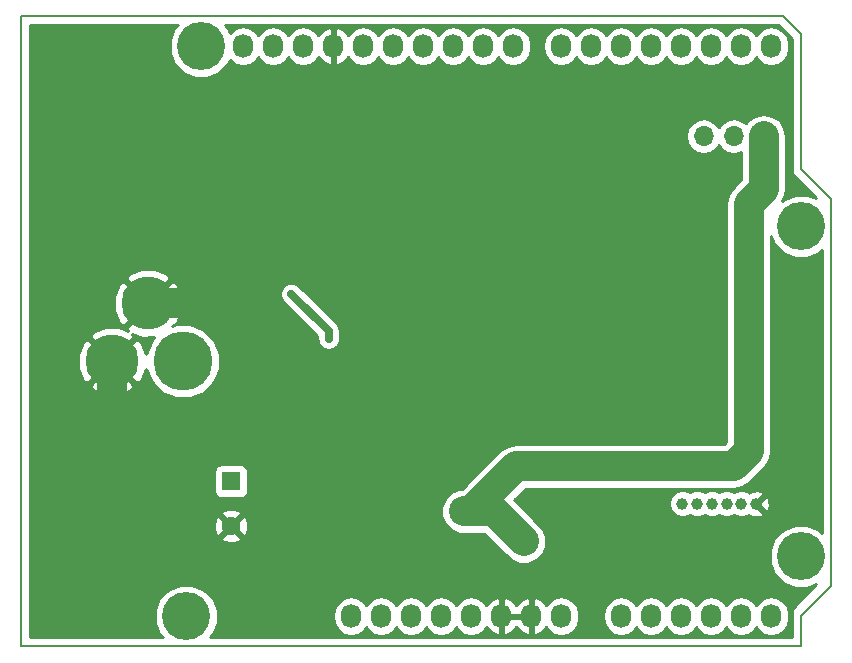
<source format=gbl>
G04 #@! TF.FileFunction,Copper,L2,Bot,Signal*
%FSLAX46Y46*%
G04 Gerber Fmt 4.6, Leading zero omitted, Abs format (unit mm)*
G04 Created by KiCad (PCBNEW 4.0.6+dfsg1-1) date Mon Oct 16 00:40:44 2017*
%MOMM*%
%LPD*%
G01*
G04 APERTURE LIST*
%ADD10C,0.100000*%
%ADD11C,0.150000*%
%ADD12O,1.727200X2.032000*%
%ADD13C,4.064000*%
%ADD14R,1.600000X1.600000*%
%ADD15C,1.600000*%
%ADD16C,5.000000*%
%ADD17C,4.500000*%
%ADD18R,1.700000X1.700000*%
%ADD19O,1.700000X1.700000*%
%ADD20C,1.000000*%
%ADD21C,0.600000*%
%ADD22C,2.540000*%
%ADD23C,2.540000*%
%ADD24C,0.635000*%
%ADD25C,0.254000*%
G04 APERTURE END LIST*
D10*
D11*
X177038000Y-74549000D02*
X175514000Y-73025000D01*
X177038000Y-85979000D02*
X177038000Y-74549000D01*
X179578000Y-88519000D02*
X177038000Y-85979000D01*
X179578000Y-121285000D02*
X179578000Y-88519000D01*
X177038000Y-123825000D02*
X179578000Y-121285000D01*
X177038000Y-126365000D02*
X177038000Y-123825000D01*
X110998000Y-126365000D02*
X177038000Y-126365000D01*
X110998000Y-73025000D02*
X110998000Y-126365000D01*
X175514000Y-73025000D02*
X110998000Y-73025000D01*
D12*
X138938000Y-123825000D03*
X141478000Y-123825000D03*
X144018000Y-123825000D03*
X146558000Y-123825000D03*
X149098000Y-123825000D03*
X151638000Y-123825000D03*
X154178000Y-123825000D03*
X156718000Y-123825000D03*
X161798000Y-123825000D03*
X164338000Y-123825000D03*
X166878000Y-123825000D03*
X169418000Y-123825000D03*
X171958000Y-123825000D03*
X174498000Y-123825000D03*
X129794000Y-75565000D03*
X132334000Y-75565000D03*
X134874000Y-75565000D03*
X137414000Y-75565000D03*
X139954000Y-75565000D03*
X142494000Y-75565000D03*
X145034000Y-75565000D03*
X147574000Y-75565000D03*
X150114000Y-75565000D03*
X152654000Y-75565000D03*
X156718000Y-75565000D03*
X159258000Y-75565000D03*
X161798000Y-75565000D03*
X164338000Y-75565000D03*
X166878000Y-75565000D03*
X169418000Y-75565000D03*
X171958000Y-75565000D03*
X174498000Y-75565000D03*
D13*
X124968000Y-123825000D03*
X177038000Y-118745000D03*
X126238000Y-75565000D03*
X177038000Y-90805000D03*
D14*
X128778000Y-112395000D03*
D15*
X128778000Y-116195000D03*
D16*
X124698000Y-102235000D03*
D17*
X121748000Y-97335000D03*
X118698000Y-102235000D03*
D18*
X173863000Y-83185000D03*
D19*
X171323000Y-83185000D03*
X168783000Y-83185000D03*
D20*
X173228000Y-114300000D03*
X171978000Y-114300000D03*
X170728000Y-114300000D03*
X169478000Y-114300000D03*
X168228000Y-114300000D03*
X166978000Y-114300000D03*
D21*
X134493000Y-90170000D03*
D22*
X151638000Y-106045000D03*
X165608000Y-106045000D03*
X153543000Y-117475000D03*
X148463000Y-114935000D03*
D21*
X137033000Y-100330000D03*
X133858000Y-96520000D03*
D23*
X118698000Y-102235000D02*
X118698000Y-106165000D01*
X118698000Y-106165000D02*
X118498000Y-106365000D01*
X121748000Y-97335000D02*
X126968000Y-97335000D01*
X126968000Y-97335000D02*
X126998000Y-97365000D01*
X148463000Y-114935000D02*
X151003000Y-114935000D01*
X151003000Y-114935000D02*
X153543000Y-117475000D01*
X148463000Y-114935000D02*
X149098000Y-114935000D01*
X173863000Y-87630000D02*
X173863000Y-83185000D01*
X172593000Y-88900000D02*
X173863000Y-87630000D01*
X172593000Y-109855000D02*
X172593000Y-88900000D01*
X171323000Y-111125000D02*
X172593000Y-109855000D01*
X152908000Y-111125000D02*
X171323000Y-111125000D01*
X149098000Y-114935000D02*
X152908000Y-111125000D01*
D24*
X137033000Y-99695000D02*
X137033000Y-100330000D01*
X133858000Y-96520000D02*
X137033000Y-99695000D01*
D25*
G36*
X123978345Y-74052293D02*
X123571464Y-75032173D01*
X123570538Y-76093172D01*
X123975709Y-77073761D01*
X124725293Y-77824655D01*
X125705173Y-78231536D01*
X126766172Y-78232462D01*
X127746761Y-77827291D01*
X128497655Y-77077707D01*
X128657071Y-76693789D01*
X128734330Y-76809415D01*
X129220511Y-77134271D01*
X129794000Y-77248345D01*
X130367489Y-77134271D01*
X130853670Y-76809415D01*
X131064000Y-76494634D01*
X131274330Y-76809415D01*
X131760511Y-77134271D01*
X132334000Y-77248345D01*
X132907489Y-77134271D01*
X133393670Y-76809415D01*
X133604000Y-76494634D01*
X133814330Y-76809415D01*
X134300511Y-77134271D01*
X134874000Y-77248345D01*
X135447489Y-77134271D01*
X135933670Y-76809415D01*
X136140461Y-76499931D01*
X136511964Y-76915732D01*
X137039209Y-77169709D01*
X137054974Y-77172358D01*
X137287000Y-77051217D01*
X137287000Y-75692000D01*
X137267000Y-75692000D01*
X137267000Y-75438000D01*
X137287000Y-75438000D01*
X137287000Y-74078783D01*
X137541000Y-74078783D01*
X137541000Y-75438000D01*
X137561000Y-75438000D01*
X137561000Y-75692000D01*
X137541000Y-75692000D01*
X137541000Y-77051217D01*
X137773026Y-77172358D01*
X137788791Y-77169709D01*
X138316036Y-76915732D01*
X138687539Y-76499931D01*
X138894330Y-76809415D01*
X139380511Y-77134271D01*
X139954000Y-77248345D01*
X140527489Y-77134271D01*
X141013670Y-76809415D01*
X141224000Y-76494634D01*
X141434330Y-76809415D01*
X141920511Y-77134271D01*
X142494000Y-77248345D01*
X143067489Y-77134271D01*
X143553670Y-76809415D01*
X143764000Y-76494634D01*
X143974330Y-76809415D01*
X144460511Y-77134271D01*
X145034000Y-77248345D01*
X145607489Y-77134271D01*
X146093670Y-76809415D01*
X146304000Y-76494634D01*
X146514330Y-76809415D01*
X147000511Y-77134271D01*
X147574000Y-77248345D01*
X148147489Y-77134271D01*
X148633670Y-76809415D01*
X148844000Y-76494634D01*
X149054330Y-76809415D01*
X149540511Y-77134271D01*
X150114000Y-77248345D01*
X150687489Y-77134271D01*
X151173670Y-76809415D01*
X151384000Y-76494634D01*
X151594330Y-76809415D01*
X152080511Y-77134271D01*
X152654000Y-77248345D01*
X153227489Y-77134271D01*
X153713670Y-76809415D01*
X154038526Y-76323234D01*
X154152600Y-75749745D01*
X154152600Y-75380255D01*
X155219400Y-75380255D01*
X155219400Y-75749745D01*
X155333474Y-76323234D01*
X155658330Y-76809415D01*
X156144511Y-77134271D01*
X156718000Y-77248345D01*
X157291489Y-77134271D01*
X157777670Y-76809415D01*
X157988000Y-76494634D01*
X158198330Y-76809415D01*
X158684511Y-77134271D01*
X159258000Y-77248345D01*
X159831489Y-77134271D01*
X160317670Y-76809415D01*
X160528000Y-76494634D01*
X160738330Y-76809415D01*
X161224511Y-77134271D01*
X161798000Y-77248345D01*
X162371489Y-77134271D01*
X162857670Y-76809415D01*
X163068000Y-76494634D01*
X163278330Y-76809415D01*
X163764511Y-77134271D01*
X164338000Y-77248345D01*
X164911489Y-77134271D01*
X165397670Y-76809415D01*
X165608000Y-76494634D01*
X165818330Y-76809415D01*
X166304511Y-77134271D01*
X166878000Y-77248345D01*
X167451489Y-77134271D01*
X167937670Y-76809415D01*
X168148000Y-76494634D01*
X168358330Y-76809415D01*
X168844511Y-77134271D01*
X169418000Y-77248345D01*
X169991489Y-77134271D01*
X170477670Y-76809415D01*
X170688000Y-76494634D01*
X170898330Y-76809415D01*
X171384511Y-77134271D01*
X171958000Y-77248345D01*
X172531489Y-77134271D01*
X173017670Y-76809415D01*
X173228000Y-76494634D01*
X173438330Y-76809415D01*
X173924511Y-77134271D01*
X174498000Y-77248345D01*
X175071489Y-77134271D01*
X175557670Y-76809415D01*
X175882526Y-76323234D01*
X175996600Y-75749745D01*
X175996600Y-75380255D01*
X175882526Y-74806766D01*
X175557670Y-74320585D01*
X175071489Y-73995729D01*
X174498000Y-73881655D01*
X173924511Y-73995729D01*
X173438330Y-74320585D01*
X173228000Y-74635366D01*
X173017670Y-74320585D01*
X172531489Y-73995729D01*
X171958000Y-73881655D01*
X171384511Y-73995729D01*
X170898330Y-74320585D01*
X170688000Y-74635366D01*
X170477670Y-74320585D01*
X169991489Y-73995729D01*
X169418000Y-73881655D01*
X168844511Y-73995729D01*
X168358330Y-74320585D01*
X168148000Y-74635366D01*
X167937670Y-74320585D01*
X167451489Y-73995729D01*
X166878000Y-73881655D01*
X166304511Y-73995729D01*
X165818330Y-74320585D01*
X165608000Y-74635366D01*
X165397670Y-74320585D01*
X164911489Y-73995729D01*
X164338000Y-73881655D01*
X163764511Y-73995729D01*
X163278330Y-74320585D01*
X163068000Y-74635366D01*
X162857670Y-74320585D01*
X162371489Y-73995729D01*
X161798000Y-73881655D01*
X161224511Y-73995729D01*
X160738330Y-74320585D01*
X160528000Y-74635366D01*
X160317670Y-74320585D01*
X159831489Y-73995729D01*
X159258000Y-73881655D01*
X158684511Y-73995729D01*
X158198330Y-74320585D01*
X157988000Y-74635366D01*
X157777670Y-74320585D01*
X157291489Y-73995729D01*
X156718000Y-73881655D01*
X156144511Y-73995729D01*
X155658330Y-74320585D01*
X155333474Y-74806766D01*
X155219400Y-75380255D01*
X154152600Y-75380255D01*
X154038526Y-74806766D01*
X153713670Y-74320585D01*
X153227489Y-73995729D01*
X152654000Y-73881655D01*
X152080511Y-73995729D01*
X151594330Y-74320585D01*
X151384000Y-74635366D01*
X151173670Y-74320585D01*
X150687489Y-73995729D01*
X150114000Y-73881655D01*
X149540511Y-73995729D01*
X149054330Y-74320585D01*
X148844000Y-74635366D01*
X148633670Y-74320585D01*
X148147489Y-73995729D01*
X147574000Y-73881655D01*
X147000511Y-73995729D01*
X146514330Y-74320585D01*
X146304000Y-74635366D01*
X146093670Y-74320585D01*
X145607489Y-73995729D01*
X145034000Y-73881655D01*
X144460511Y-73995729D01*
X143974330Y-74320585D01*
X143764000Y-74635366D01*
X143553670Y-74320585D01*
X143067489Y-73995729D01*
X142494000Y-73881655D01*
X141920511Y-73995729D01*
X141434330Y-74320585D01*
X141224000Y-74635366D01*
X141013670Y-74320585D01*
X140527489Y-73995729D01*
X139954000Y-73881655D01*
X139380511Y-73995729D01*
X138894330Y-74320585D01*
X138687539Y-74630069D01*
X138316036Y-74214268D01*
X137788791Y-73960291D01*
X137773026Y-73957642D01*
X137541000Y-74078783D01*
X137287000Y-74078783D01*
X137054974Y-73957642D01*
X137039209Y-73960291D01*
X136511964Y-74214268D01*
X136140461Y-74630069D01*
X135933670Y-74320585D01*
X135447489Y-73995729D01*
X134874000Y-73881655D01*
X134300511Y-73995729D01*
X133814330Y-74320585D01*
X133604000Y-74635366D01*
X133393670Y-74320585D01*
X132907489Y-73995729D01*
X132334000Y-73881655D01*
X131760511Y-73995729D01*
X131274330Y-74320585D01*
X131064000Y-74635366D01*
X130853670Y-74320585D01*
X130367489Y-73995729D01*
X129794000Y-73881655D01*
X129220511Y-73995729D01*
X128734330Y-74320585D01*
X128657208Y-74436007D01*
X128500291Y-74056239D01*
X128231521Y-73787000D01*
X175080394Y-73787000D01*
X176276000Y-74982606D01*
X176276000Y-86360000D01*
X176286006Y-86409410D01*
X176313197Y-86449803D01*
X178307929Y-88444535D01*
X177570827Y-88138464D01*
X176509828Y-88137538D01*
X175529239Y-88542709D01*
X175442177Y-88629620D01*
X175622991Y-88359012D01*
X175660391Y-88170988D01*
X175768000Y-87630000D01*
X175768000Y-83185000D01*
X175622991Y-82455988D01*
X175210038Y-81837962D01*
X174592012Y-81425009D01*
X173863000Y-81280000D01*
X173133988Y-81425009D01*
X172515962Y-81837962D01*
X172348102Y-82089181D01*
X171891285Y-81783946D01*
X171323000Y-81670907D01*
X170754715Y-81783946D01*
X170272946Y-82105853D01*
X170053000Y-82435026D01*
X169833054Y-82105853D01*
X169351285Y-81783946D01*
X168783000Y-81670907D01*
X168214715Y-81783946D01*
X167732946Y-82105853D01*
X167411039Y-82587622D01*
X167298000Y-83155907D01*
X167298000Y-83214093D01*
X167411039Y-83782378D01*
X167732946Y-84264147D01*
X168214715Y-84586054D01*
X168783000Y-84699093D01*
X169351285Y-84586054D01*
X169833054Y-84264147D01*
X170053000Y-83934974D01*
X170272946Y-84264147D01*
X170754715Y-84586054D01*
X171323000Y-84699093D01*
X171891285Y-84586054D01*
X171958000Y-84541477D01*
X171958000Y-86840923D01*
X171245962Y-87552962D01*
X170833009Y-88170988D01*
X170688000Y-88900000D01*
X170688000Y-109065923D01*
X170533924Y-109220000D01*
X152908000Y-109220000D01*
X152178988Y-109365009D01*
X151560962Y-109777961D01*
X148309059Y-113029865D01*
X148085735Y-113029670D01*
X147385314Y-113319078D01*
X146848961Y-113854495D01*
X146558332Y-114554410D01*
X146557670Y-115312265D01*
X146847078Y-116012686D01*
X147382495Y-116549039D01*
X148082410Y-116839668D01*
X148840265Y-116840330D01*
X148841064Y-116840000D01*
X150213924Y-116840000D01*
X152195358Y-118821435D01*
X152462495Y-119089039D01*
X152813986Y-119234990D01*
X152813987Y-119234991D01*
X152813988Y-119234991D01*
X153162410Y-119379668D01*
X153920265Y-119380330D01*
X154620686Y-119090922D01*
X155157039Y-118555505D01*
X155447668Y-117855590D01*
X155448330Y-117097735D01*
X155158922Y-116397314D01*
X154623505Y-115860961D01*
X154622706Y-115860629D01*
X153286852Y-114524775D01*
X165842803Y-114524775D01*
X166015233Y-114942086D01*
X166334235Y-115261645D01*
X166751244Y-115434803D01*
X167202775Y-115435197D01*
X167603471Y-115269632D01*
X168001244Y-115434803D01*
X168452775Y-115435197D01*
X168853471Y-115269632D01*
X169251244Y-115434803D01*
X169702775Y-115435197D01*
X170103471Y-115269632D01*
X170501244Y-115434803D01*
X170952775Y-115435197D01*
X171353471Y-115269632D01*
X171751244Y-115434803D01*
X172202775Y-115435197D01*
X172620086Y-115262767D01*
X172643313Y-115239580D01*
X172654648Y-115305217D01*
X173082972Y-115448112D01*
X173533375Y-115416217D01*
X173801352Y-115305217D01*
X173838499Y-115090104D01*
X173228000Y-114479605D01*
X173213858Y-114493748D01*
X173112920Y-114392810D01*
X173113000Y-114300000D01*
X173407605Y-114300000D01*
X174018104Y-114910499D01*
X174233217Y-114873352D01*
X174376112Y-114445028D01*
X174344217Y-113994625D01*
X174233217Y-113726648D01*
X174018104Y-113689501D01*
X173407605Y-114300000D01*
X173113000Y-114300000D01*
X173113082Y-114207028D01*
X173213858Y-114106253D01*
X173228000Y-114120395D01*
X173838499Y-113509896D01*
X173801352Y-113294783D01*
X173373028Y-113151888D01*
X172922625Y-113183783D01*
X172654648Y-113294783D01*
X172643384Y-113360012D01*
X172621765Y-113338355D01*
X172204756Y-113165197D01*
X171753225Y-113164803D01*
X171352529Y-113330368D01*
X170954756Y-113165197D01*
X170503225Y-113164803D01*
X170102529Y-113330368D01*
X169704756Y-113165197D01*
X169253225Y-113164803D01*
X168852529Y-113330368D01*
X168454756Y-113165197D01*
X168003225Y-113164803D01*
X167602529Y-113330368D01*
X167204756Y-113165197D01*
X166753225Y-113164803D01*
X166335914Y-113337233D01*
X166016355Y-113656235D01*
X165843197Y-114073244D01*
X165842803Y-114524775D01*
X153286852Y-114524775D01*
X152744576Y-113982500D01*
X153697077Y-113030000D01*
X171323000Y-113030000D01*
X172052012Y-112884991D01*
X172670038Y-112472038D01*
X173940038Y-111202039D01*
X174352991Y-110584012D01*
X174390391Y-110395988D01*
X174498000Y-109855000D01*
X174498000Y-91641654D01*
X174775709Y-92313761D01*
X175525293Y-93064655D01*
X176505173Y-93471536D01*
X177566172Y-93472462D01*
X178546761Y-93067291D01*
X178816000Y-92798521D01*
X178816000Y-116751102D01*
X178550707Y-116485345D01*
X177570827Y-116078464D01*
X176509828Y-116077538D01*
X175529239Y-116482709D01*
X174778345Y-117232293D01*
X174371464Y-118212173D01*
X174370538Y-119273172D01*
X174775709Y-120253761D01*
X175525293Y-121004655D01*
X176505173Y-121411536D01*
X177566172Y-121412462D01*
X178307061Y-121106333D01*
X176313197Y-123100197D01*
X176285334Y-123142211D01*
X176276000Y-123190000D01*
X176276000Y-125603000D01*
X126961898Y-125603000D01*
X127227655Y-125337707D01*
X127634536Y-124357827D01*
X127635162Y-123640255D01*
X137439400Y-123640255D01*
X137439400Y-124009745D01*
X137553474Y-124583234D01*
X137878330Y-125069415D01*
X138364511Y-125394271D01*
X138938000Y-125508345D01*
X139511489Y-125394271D01*
X139997670Y-125069415D01*
X140208000Y-124754634D01*
X140418330Y-125069415D01*
X140904511Y-125394271D01*
X141478000Y-125508345D01*
X142051489Y-125394271D01*
X142537670Y-125069415D01*
X142748000Y-124754634D01*
X142958330Y-125069415D01*
X143444511Y-125394271D01*
X144018000Y-125508345D01*
X144591489Y-125394271D01*
X145077670Y-125069415D01*
X145288000Y-124754634D01*
X145498330Y-125069415D01*
X145984511Y-125394271D01*
X146558000Y-125508345D01*
X147131489Y-125394271D01*
X147617670Y-125069415D01*
X147828000Y-124754634D01*
X148038330Y-125069415D01*
X148524511Y-125394271D01*
X149098000Y-125508345D01*
X149671489Y-125394271D01*
X150157670Y-125069415D01*
X150364461Y-124759931D01*
X150735964Y-125175732D01*
X151263209Y-125429709D01*
X151278974Y-125432358D01*
X151511000Y-125311217D01*
X151511000Y-123952000D01*
X151765000Y-123952000D01*
X151765000Y-125311217D01*
X151997026Y-125432358D01*
X152012791Y-125429709D01*
X152540036Y-125175732D01*
X152908000Y-124763892D01*
X153275964Y-125175732D01*
X153803209Y-125429709D01*
X153818974Y-125432358D01*
X154051000Y-125311217D01*
X154051000Y-123952000D01*
X151765000Y-123952000D01*
X151511000Y-123952000D01*
X151491000Y-123952000D01*
X151491000Y-123698000D01*
X151511000Y-123698000D01*
X151511000Y-122338783D01*
X151765000Y-122338783D01*
X151765000Y-123698000D01*
X154051000Y-123698000D01*
X154051000Y-122338783D01*
X154305000Y-122338783D01*
X154305000Y-123698000D01*
X154325000Y-123698000D01*
X154325000Y-123952000D01*
X154305000Y-123952000D01*
X154305000Y-125311217D01*
X154537026Y-125432358D01*
X154552791Y-125429709D01*
X155080036Y-125175732D01*
X155451539Y-124759931D01*
X155658330Y-125069415D01*
X156144511Y-125394271D01*
X156718000Y-125508345D01*
X157291489Y-125394271D01*
X157777670Y-125069415D01*
X158102526Y-124583234D01*
X158216600Y-124009745D01*
X158216600Y-123640255D01*
X160299400Y-123640255D01*
X160299400Y-124009745D01*
X160413474Y-124583234D01*
X160738330Y-125069415D01*
X161224511Y-125394271D01*
X161798000Y-125508345D01*
X162371489Y-125394271D01*
X162857670Y-125069415D01*
X163068000Y-124754634D01*
X163278330Y-125069415D01*
X163764511Y-125394271D01*
X164338000Y-125508345D01*
X164911489Y-125394271D01*
X165397670Y-125069415D01*
X165608000Y-124754634D01*
X165818330Y-125069415D01*
X166304511Y-125394271D01*
X166878000Y-125508345D01*
X167451489Y-125394271D01*
X167937670Y-125069415D01*
X168148000Y-124754634D01*
X168358330Y-125069415D01*
X168844511Y-125394271D01*
X169418000Y-125508345D01*
X169991489Y-125394271D01*
X170477670Y-125069415D01*
X170688000Y-124754634D01*
X170898330Y-125069415D01*
X171384511Y-125394271D01*
X171958000Y-125508345D01*
X172531489Y-125394271D01*
X173017670Y-125069415D01*
X173228000Y-124754634D01*
X173438330Y-125069415D01*
X173924511Y-125394271D01*
X174498000Y-125508345D01*
X175071489Y-125394271D01*
X175557670Y-125069415D01*
X175882526Y-124583234D01*
X175996600Y-124009745D01*
X175996600Y-123640255D01*
X175882526Y-123066766D01*
X175557670Y-122580585D01*
X175071489Y-122255729D01*
X174498000Y-122141655D01*
X173924511Y-122255729D01*
X173438330Y-122580585D01*
X173228000Y-122895366D01*
X173017670Y-122580585D01*
X172531489Y-122255729D01*
X171958000Y-122141655D01*
X171384511Y-122255729D01*
X170898330Y-122580585D01*
X170688000Y-122895366D01*
X170477670Y-122580585D01*
X169991489Y-122255729D01*
X169418000Y-122141655D01*
X168844511Y-122255729D01*
X168358330Y-122580585D01*
X168148000Y-122895366D01*
X167937670Y-122580585D01*
X167451489Y-122255729D01*
X166878000Y-122141655D01*
X166304511Y-122255729D01*
X165818330Y-122580585D01*
X165608000Y-122895366D01*
X165397670Y-122580585D01*
X164911489Y-122255729D01*
X164338000Y-122141655D01*
X163764511Y-122255729D01*
X163278330Y-122580585D01*
X163068000Y-122895366D01*
X162857670Y-122580585D01*
X162371489Y-122255729D01*
X161798000Y-122141655D01*
X161224511Y-122255729D01*
X160738330Y-122580585D01*
X160413474Y-123066766D01*
X160299400Y-123640255D01*
X158216600Y-123640255D01*
X158102526Y-123066766D01*
X157777670Y-122580585D01*
X157291489Y-122255729D01*
X156718000Y-122141655D01*
X156144511Y-122255729D01*
X155658330Y-122580585D01*
X155451539Y-122890069D01*
X155080036Y-122474268D01*
X154552791Y-122220291D01*
X154537026Y-122217642D01*
X154305000Y-122338783D01*
X154051000Y-122338783D01*
X153818974Y-122217642D01*
X153803209Y-122220291D01*
X153275964Y-122474268D01*
X152908000Y-122886108D01*
X152540036Y-122474268D01*
X152012791Y-122220291D01*
X151997026Y-122217642D01*
X151765000Y-122338783D01*
X151511000Y-122338783D01*
X151278974Y-122217642D01*
X151263209Y-122220291D01*
X150735964Y-122474268D01*
X150364461Y-122890069D01*
X150157670Y-122580585D01*
X149671489Y-122255729D01*
X149098000Y-122141655D01*
X148524511Y-122255729D01*
X148038330Y-122580585D01*
X147828000Y-122895366D01*
X147617670Y-122580585D01*
X147131489Y-122255729D01*
X146558000Y-122141655D01*
X145984511Y-122255729D01*
X145498330Y-122580585D01*
X145288000Y-122895366D01*
X145077670Y-122580585D01*
X144591489Y-122255729D01*
X144018000Y-122141655D01*
X143444511Y-122255729D01*
X142958330Y-122580585D01*
X142748000Y-122895366D01*
X142537670Y-122580585D01*
X142051489Y-122255729D01*
X141478000Y-122141655D01*
X140904511Y-122255729D01*
X140418330Y-122580585D01*
X140208000Y-122895366D01*
X139997670Y-122580585D01*
X139511489Y-122255729D01*
X138938000Y-122141655D01*
X138364511Y-122255729D01*
X137878330Y-122580585D01*
X137553474Y-123066766D01*
X137439400Y-123640255D01*
X127635162Y-123640255D01*
X127635462Y-123296828D01*
X127230291Y-122316239D01*
X126480707Y-121565345D01*
X125500827Y-121158464D01*
X124439828Y-121157538D01*
X123459239Y-121562709D01*
X122708345Y-122312293D01*
X122301464Y-123292173D01*
X122300538Y-124353172D01*
X122705709Y-125333761D01*
X122974479Y-125603000D01*
X111760000Y-125603000D01*
X111760000Y-117202745D01*
X127949861Y-117202745D01*
X128023995Y-117448864D01*
X128561223Y-117641965D01*
X129131454Y-117614778D01*
X129532005Y-117448864D01*
X129606139Y-117202745D01*
X128778000Y-116374605D01*
X127949861Y-117202745D01*
X111760000Y-117202745D01*
X111760000Y-115978223D01*
X127331035Y-115978223D01*
X127358222Y-116548454D01*
X127524136Y-116949005D01*
X127770255Y-117023139D01*
X128598395Y-116195000D01*
X128957605Y-116195000D01*
X129785745Y-117023139D01*
X130031864Y-116949005D01*
X130224965Y-116411777D01*
X130197778Y-115841546D01*
X130031864Y-115440995D01*
X129785745Y-115366861D01*
X128957605Y-116195000D01*
X128598395Y-116195000D01*
X127770255Y-115366861D01*
X127524136Y-115440995D01*
X127331035Y-115978223D01*
X111760000Y-115978223D01*
X111760000Y-115187255D01*
X127949861Y-115187255D01*
X128778000Y-116015395D01*
X129606139Y-115187255D01*
X129532005Y-114941136D01*
X128994777Y-114748035D01*
X128424546Y-114775222D01*
X128023995Y-114941136D01*
X127949861Y-115187255D01*
X111760000Y-115187255D01*
X111760000Y-111595000D01*
X127330560Y-111595000D01*
X127330560Y-113195000D01*
X127374838Y-113430317D01*
X127513910Y-113646441D01*
X127726110Y-113791431D01*
X127978000Y-113842440D01*
X129578000Y-113842440D01*
X129813317Y-113798162D01*
X130029441Y-113659090D01*
X130174431Y-113446890D01*
X130225440Y-113195000D01*
X130225440Y-111595000D01*
X130181162Y-111359683D01*
X130042090Y-111143559D01*
X129829890Y-110998569D01*
X129578000Y-110947560D01*
X127978000Y-110947560D01*
X127742683Y-110991838D01*
X127526559Y-111130910D01*
X127381569Y-111343110D01*
X127330560Y-111595000D01*
X111760000Y-111595000D01*
X111760000Y-104290467D01*
X116822138Y-104290467D01*
X117073375Y-104687169D01*
X118135446Y-105122227D01*
X119283162Y-105117730D01*
X120322625Y-104687169D01*
X120573862Y-104290467D01*
X118698000Y-102414605D01*
X116822138Y-104290467D01*
X111760000Y-104290467D01*
X111760000Y-101672446D01*
X115810773Y-101672446D01*
X115815270Y-102820162D01*
X116245831Y-103859625D01*
X116642533Y-104110862D01*
X118518395Y-102235000D01*
X116642533Y-100359138D01*
X116245831Y-100610375D01*
X115810773Y-101672446D01*
X111760000Y-101672446D01*
X111760000Y-100179533D01*
X116822138Y-100179533D01*
X118698000Y-102055395D01*
X120573862Y-100179533D01*
X120396133Y-99898899D01*
X121185446Y-100222227D01*
X122281157Y-100217934D01*
X122041826Y-100456847D01*
X121563613Y-101608513D01*
X121150169Y-100610375D01*
X120753467Y-100359138D01*
X118877605Y-102235000D01*
X120753467Y-104110862D01*
X121150169Y-103859625D01*
X121562459Y-102853135D01*
X121562457Y-102855854D01*
X122038727Y-104008515D01*
X122919847Y-104891174D01*
X124071674Y-105369454D01*
X125318854Y-105370543D01*
X126471515Y-104894273D01*
X127354174Y-104013153D01*
X127832454Y-102861326D01*
X127833543Y-101614146D01*
X127357273Y-100461485D01*
X126476153Y-99578826D01*
X125324326Y-99100546D01*
X124077146Y-99099457D01*
X123804656Y-99212048D01*
X123803469Y-99210861D01*
X124200169Y-98959625D01*
X124635227Y-97897554D01*
X124630730Y-96749838D01*
X124535528Y-96520000D01*
X132905500Y-96520000D01*
X132922923Y-96607591D01*
X132922838Y-96705167D01*
X132960428Y-96796143D01*
X132978005Y-96884506D01*
X133027621Y-96958761D01*
X133064883Y-97048943D01*
X133134428Y-97118610D01*
X133184481Y-97193519D01*
X136080500Y-100089538D01*
X136080500Y-100330000D01*
X136097923Y-100417591D01*
X136097838Y-100515167D01*
X136135428Y-100606143D01*
X136153005Y-100694506D01*
X136202621Y-100768761D01*
X136239883Y-100858943D01*
X136309428Y-100928610D01*
X136359481Y-101003519D01*
X136433736Y-101053135D01*
X136502673Y-101122192D01*
X136593584Y-101159942D01*
X136668494Y-101209995D01*
X136756083Y-101227418D01*
X136846201Y-101264838D01*
X136944638Y-101264924D01*
X137033000Y-101282500D01*
X137120591Y-101265077D01*
X137218167Y-101265162D01*
X137309143Y-101227572D01*
X137397506Y-101209995D01*
X137471761Y-101160379D01*
X137561943Y-101123117D01*
X137631610Y-101053572D01*
X137706519Y-101003519D01*
X137756135Y-100929264D01*
X137825192Y-100860327D01*
X137862942Y-100769416D01*
X137912995Y-100694506D01*
X137930418Y-100606917D01*
X137967838Y-100516799D01*
X137967924Y-100418362D01*
X137985500Y-100330000D01*
X137985500Y-99695000D01*
X137912995Y-99330494D01*
X137706519Y-99021481D01*
X134531519Y-95846481D01*
X134457264Y-95796865D01*
X134388327Y-95727808D01*
X134297416Y-95690058D01*
X134222506Y-95640005D01*
X134134917Y-95622582D01*
X134044799Y-95585162D01*
X133946362Y-95585076D01*
X133858000Y-95567500D01*
X133770409Y-95584923D01*
X133672833Y-95584838D01*
X133581857Y-95622428D01*
X133493494Y-95640005D01*
X133419239Y-95689621D01*
X133329057Y-95726883D01*
X133259390Y-95796428D01*
X133184481Y-95846481D01*
X133134865Y-95920736D01*
X133065808Y-95989673D01*
X133028058Y-96080584D01*
X132978005Y-96155494D01*
X132960582Y-96243083D01*
X132923162Y-96333201D01*
X132923076Y-96431638D01*
X132905500Y-96520000D01*
X124535528Y-96520000D01*
X124200169Y-95710375D01*
X123803467Y-95459138D01*
X121927605Y-97335000D01*
X121941748Y-97349143D01*
X121762143Y-97528748D01*
X121748000Y-97514605D01*
X119872138Y-99390467D01*
X120049867Y-99671101D01*
X119260554Y-99347773D01*
X118112838Y-99352270D01*
X117073375Y-99782831D01*
X116822138Y-100179533D01*
X111760000Y-100179533D01*
X111760000Y-96772446D01*
X118860773Y-96772446D01*
X118865270Y-97920162D01*
X119295831Y-98959625D01*
X119692533Y-99210862D01*
X121568395Y-97335000D01*
X119692533Y-95459138D01*
X119295831Y-95710375D01*
X118860773Y-96772446D01*
X111760000Y-96772446D01*
X111760000Y-95279533D01*
X119872138Y-95279533D01*
X121748000Y-97155395D01*
X123623862Y-95279533D01*
X123372625Y-94882831D01*
X122310554Y-94447773D01*
X121162838Y-94452270D01*
X120123375Y-94882831D01*
X119872138Y-95279533D01*
X111760000Y-95279533D01*
X111760000Y-73787000D01*
X124244102Y-73787000D01*
X123978345Y-74052293D01*
X123978345Y-74052293D01*
G37*
X123978345Y-74052293D02*
X123571464Y-75032173D01*
X123570538Y-76093172D01*
X123975709Y-77073761D01*
X124725293Y-77824655D01*
X125705173Y-78231536D01*
X126766172Y-78232462D01*
X127746761Y-77827291D01*
X128497655Y-77077707D01*
X128657071Y-76693789D01*
X128734330Y-76809415D01*
X129220511Y-77134271D01*
X129794000Y-77248345D01*
X130367489Y-77134271D01*
X130853670Y-76809415D01*
X131064000Y-76494634D01*
X131274330Y-76809415D01*
X131760511Y-77134271D01*
X132334000Y-77248345D01*
X132907489Y-77134271D01*
X133393670Y-76809415D01*
X133604000Y-76494634D01*
X133814330Y-76809415D01*
X134300511Y-77134271D01*
X134874000Y-77248345D01*
X135447489Y-77134271D01*
X135933670Y-76809415D01*
X136140461Y-76499931D01*
X136511964Y-76915732D01*
X137039209Y-77169709D01*
X137054974Y-77172358D01*
X137287000Y-77051217D01*
X137287000Y-75692000D01*
X137267000Y-75692000D01*
X137267000Y-75438000D01*
X137287000Y-75438000D01*
X137287000Y-74078783D01*
X137541000Y-74078783D01*
X137541000Y-75438000D01*
X137561000Y-75438000D01*
X137561000Y-75692000D01*
X137541000Y-75692000D01*
X137541000Y-77051217D01*
X137773026Y-77172358D01*
X137788791Y-77169709D01*
X138316036Y-76915732D01*
X138687539Y-76499931D01*
X138894330Y-76809415D01*
X139380511Y-77134271D01*
X139954000Y-77248345D01*
X140527489Y-77134271D01*
X141013670Y-76809415D01*
X141224000Y-76494634D01*
X141434330Y-76809415D01*
X141920511Y-77134271D01*
X142494000Y-77248345D01*
X143067489Y-77134271D01*
X143553670Y-76809415D01*
X143764000Y-76494634D01*
X143974330Y-76809415D01*
X144460511Y-77134271D01*
X145034000Y-77248345D01*
X145607489Y-77134271D01*
X146093670Y-76809415D01*
X146304000Y-76494634D01*
X146514330Y-76809415D01*
X147000511Y-77134271D01*
X147574000Y-77248345D01*
X148147489Y-77134271D01*
X148633670Y-76809415D01*
X148844000Y-76494634D01*
X149054330Y-76809415D01*
X149540511Y-77134271D01*
X150114000Y-77248345D01*
X150687489Y-77134271D01*
X151173670Y-76809415D01*
X151384000Y-76494634D01*
X151594330Y-76809415D01*
X152080511Y-77134271D01*
X152654000Y-77248345D01*
X153227489Y-77134271D01*
X153713670Y-76809415D01*
X154038526Y-76323234D01*
X154152600Y-75749745D01*
X154152600Y-75380255D01*
X155219400Y-75380255D01*
X155219400Y-75749745D01*
X155333474Y-76323234D01*
X155658330Y-76809415D01*
X156144511Y-77134271D01*
X156718000Y-77248345D01*
X157291489Y-77134271D01*
X157777670Y-76809415D01*
X157988000Y-76494634D01*
X158198330Y-76809415D01*
X158684511Y-77134271D01*
X159258000Y-77248345D01*
X159831489Y-77134271D01*
X160317670Y-76809415D01*
X160528000Y-76494634D01*
X160738330Y-76809415D01*
X161224511Y-77134271D01*
X161798000Y-77248345D01*
X162371489Y-77134271D01*
X162857670Y-76809415D01*
X163068000Y-76494634D01*
X163278330Y-76809415D01*
X163764511Y-77134271D01*
X164338000Y-77248345D01*
X164911489Y-77134271D01*
X165397670Y-76809415D01*
X165608000Y-76494634D01*
X165818330Y-76809415D01*
X166304511Y-77134271D01*
X166878000Y-77248345D01*
X167451489Y-77134271D01*
X167937670Y-76809415D01*
X168148000Y-76494634D01*
X168358330Y-76809415D01*
X168844511Y-77134271D01*
X169418000Y-77248345D01*
X169991489Y-77134271D01*
X170477670Y-76809415D01*
X170688000Y-76494634D01*
X170898330Y-76809415D01*
X171384511Y-77134271D01*
X171958000Y-77248345D01*
X172531489Y-77134271D01*
X173017670Y-76809415D01*
X173228000Y-76494634D01*
X173438330Y-76809415D01*
X173924511Y-77134271D01*
X174498000Y-77248345D01*
X175071489Y-77134271D01*
X175557670Y-76809415D01*
X175882526Y-76323234D01*
X175996600Y-75749745D01*
X175996600Y-75380255D01*
X175882526Y-74806766D01*
X175557670Y-74320585D01*
X175071489Y-73995729D01*
X174498000Y-73881655D01*
X173924511Y-73995729D01*
X173438330Y-74320585D01*
X173228000Y-74635366D01*
X173017670Y-74320585D01*
X172531489Y-73995729D01*
X171958000Y-73881655D01*
X171384511Y-73995729D01*
X170898330Y-74320585D01*
X170688000Y-74635366D01*
X170477670Y-74320585D01*
X169991489Y-73995729D01*
X169418000Y-73881655D01*
X168844511Y-73995729D01*
X168358330Y-74320585D01*
X168148000Y-74635366D01*
X167937670Y-74320585D01*
X167451489Y-73995729D01*
X166878000Y-73881655D01*
X166304511Y-73995729D01*
X165818330Y-74320585D01*
X165608000Y-74635366D01*
X165397670Y-74320585D01*
X164911489Y-73995729D01*
X164338000Y-73881655D01*
X163764511Y-73995729D01*
X163278330Y-74320585D01*
X163068000Y-74635366D01*
X162857670Y-74320585D01*
X162371489Y-73995729D01*
X161798000Y-73881655D01*
X161224511Y-73995729D01*
X160738330Y-74320585D01*
X160528000Y-74635366D01*
X160317670Y-74320585D01*
X159831489Y-73995729D01*
X159258000Y-73881655D01*
X158684511Y-73995729D01*
X158198330Y-74320585D01*
X157988000Y-74635366D01*
X157777670Y-74320585D01*
X157291489Y-73995729D01*
X156718000Y-73881655D01*
X156144511Y-73995729D01*
X155658330Y-74320585D01*
X155333474Y-74806766D01*
X155219400Y-75380255D01*
X154152600Y-75380255D01*
X154038526Y-74806766D01*
X153713670Y-74320585D01*
X153227489Y-73995729D01*
X152654000Y-73881655D01*
X152080511Y-73995729D01*
X151594330Y-74320585D01*
X151384000Y-74635366D01*
X151173670Y-74320585D01*
X150687489Y-73995729D01*
X150114000Y-73881655D01*
X149540511Y-73995729D01*
X149054330Y-74320585D01*
X148844000Y-74635366D01*
X148633670Y-74320585D01*
X148147489Y-73995729D01*
X147574000Y-73881655D01*
X147000511Y-73995729D01*
X146514330Y-74320585D01*
X146304000Y-74635366D01*
X146093670Y-74320585D01*
X145607489Y-73995729D01*
X145034000Y-73881655D01*
X144460511Y-73995729D01*
X143974330Y-74320585D01*
X143764000Y-74635366D01*
X143553670Y-74320585D01*
X143067489Y-73995729D01*
X142494000Y-73881655D01*
X141920511Y-73995729D01*
X141434330Y-74320585D01*
X141224000Y-74635366D01*
X141013670Y-74320585D01*
X140527489Y-73995729D01*
X139954000Y-73881655D01*
X139380511Y-73995729D01*
X138894330Y-74320585D01*
X138687539Y-74630069D01*
X138316036Y-74214268D01*
X137788791Y-73960291D01*
X137773026Y-73957642D01*
X137541000Y-74078783D01*
X137287000Y-74078783D01*
X137054974Y-73957642D01*
X137039209Y-73960291D01*
X136511964Y-74214268D01*
X136140461Y-74630069D01*
X135933670Y-74320585D01*
X135447489Y-73995729D01*
X134874000Y-73881655D01*
X134300511Y-73995729D01*
X133814330Y-74320585D01*
X133604000Y-74635366D01*
X133393670Y-74320585D01*
X132907489Y-73995729D01*
X132334000Y-73881655D01*
X131760511Y-73995729D01*
X131274330Y-74320585D01*
X131064000Y-74635366D01*
X130853670Y-74320585D01*
X130367489Y-73995729D01*
X129794000Y-73881655D01*
X129220511Y-73995729D01*
X128734330Y-74320585D01*
X128657208Y-74436007D01*
X128500291Y-74056239D01*
X128231521Y-73787000D01*
X175080394Y-73787000D01*
X176276000Y-74982606D01*
X176276000Y-86360000D01*
X176286006Y-86409410D01*
X176313197Y-86449803D01*
X178307929Y-88444535D01*
X177570827Y-88138464D01*
X176509828Y-88137538D01*
X175529239Y-88542709D01*
X175442177Y-88629620D01*
X175622991Y-88359012D01*
X175660391Y-88170988D01*
X175768000Y-87630000D01*
X175768000Y-83185000D01*
X175622991Y-82455988D01*
X175210038Y-81837962D01*
X174592012Y-81425009D01*
X173863000Y-81280000D01*
X173133988Y-81425009D01*
X172515962Y-81837962D01*
X172348102Y-82089181D01*
X171891285Y-81783946D01*
X171323000Y-81670907D01*
X170754715Y-81783946D01*
X170272946Y-82105853D01*
X170053000Y-82435026D01*
X169833054Y-82105853D01*
X169351285Y-81783946D01*
X168783000Y-81670907D01*
X168214715Y-81783946D01*
X167732946Y-82105853D01*
X167411039Y-82587622D01*
X167298000Y-83155907D01*
X167298000Y-83214093D01*
X167411039Y-83782378D01*
X167732946Y-84264147D01*
X168214715Y-84586054D01*
X168783000Y-84699093D01*
X169351285Y-84586054D01*
X169833054Y-84264147D01*
X170053000Y-83934974D01*
X170272946Y-84264147D01*
X170754715Y-84586054D01*
X171323000Y-84699093D01*
X171891285Y-84586054D01*
X171958000Y-84541477D01*
X171958000Y-86840923D01*
X171245962Y-87552962D01*
X170833009Y-88170988D01*
X170688000Y-88900000D01*
X170688000Y-109065923D01*
X170533924Y-109220000D01*
X152908000Y-109220000D01*
X152178988Y-109365009D01*
X151560962Y-109777961D01*
X148309059Y-113029865D01*
X148085735Y-113029670D01*
X147385314Y-113319078D01*
X146848961Y-113854495D01*
X146558332Y-114554410D01*
X146557670Y-115312265D01*
X146847078Y-116012686D01*
X147382495Y-116549039D01*
X148082410Y-116839668D01*
X148840265Y-116840330D01*
X148841064Y-116840000D01*
X150213924Y-116840000D01*
X152195358Y-118821435D01*
X152462495Y-119089039D01*
X152813986Y-119234990D01*
X152813987Y-119234991D01*
X152813988Y-119234991D01*
X153162410Y-119379668D01*
X153920265Y-119380330D01*
X154620686Y-119090922D01*
X155157039Y-118555505D01*
X155447668Y-117855590D01*
X155448330Y-117097735D01*
X155158922Y-116397314D01*
X154623505Y-115860961D01*
X154622706Y-115860629D01*
X153286852Y-114524775D01*
X165842803Y-114524775D01*
X166015233Y-114942086D01*
X166334235Y-115261645D01*
X166751244Y-115434803D01*
X167202775Y-115435197D01*
X167603471Y-115269632D01*
X168001244Y-115434803D01*
X168452775Y-115435197D01*
X168853471Y-115269632D01*
X169251244Y-115434803D01*
X169702775Y-115435197D01*
X170103471Y-115269632D01*
X170501244Y-115434803D01*
X170952775Y-115435197D01*
X171353471Y-115269632D01*
X171751244Y-115434803D01*
X172202775Y-115435197D01*
X172620086Y-115262767D01*
X172643313Y-115239580D01*
X172654648Y-115305217D01*
X173082972Y-115448112D01*
X173533375Y-115416217D01*
X173801352Y-115305217D01*
X173838499Y-115090104D01*
X173228000Y-114479605D01*
X173213858Y-114493748D01*
X173112920Y-114392810D01*
X173113000Y-114300000D01*
X173407605Y-114300000D01*
X174018104Y-114910499D01*
X174233217Y-114873352D01*
X174376112Y-114445028D01*
X174344217Y-113994625D01*
X174233217Y-113726648D01*
X174018104Y-113689501D01*
X173407605Y-114300000D01*
X173113000Y-114300000D01*
X173113082Y-114207028D01*
X173213858Y-114106253D01*
X173228000Y-114120395D01*
X173838499Y-113509896D01*
X173801352Y-113294783D01*
X173373028Y-113151888D01*
X172922625Y-113183783D01*
X172654648Y-113294783D01*
X172643384Y-113360012D01*
X172621765Y-113338355D01*
X172204756Y-113165197D01*
X171753225Y-113164803D01*
X171352529Y-113330368D01*
X170954756Y-113165197D01*
X170503225Y-113164803D01*
X170102529Y-113330368D01*
X169704756Y-113165197D01*
X169253225Y-113164803D01*
X168852529Y-113330368D01*
X168454756Y-113165197D01*
X168003225Y-113164803D01*
X167602529Y-113330368D01*
X167204756Y-113165197D01*
X166753225Y-113164803D01*
X166335914Y-113337233D01*
X166016355Y-113656235D01*
X165843197Y-114073244D01*
X165842803Y-114524775D01*
X153286852Y-114524775D01*
X152744576Y-113982500D01*
X153697077Y-113030000D01*
X171323000Y-113030000D01*
X172052012Y-112884991D01*
X172670038Y-112472038D01*
X173940038Y-111202039D01*
X174352991Y-110584012D01*
X174390391Y-110395988D01*
X174498000Y-109855000D01*
X174498000Y-91641654D01*
X174775709Y-92313761D01*
X175525293Y-93064655D01*
X176505173Y-93471536D01*
X177566172Y-93472462D01*
X178546761Y-93067291D01*
X178816000Y-92798521D01*
X178816000Y-116751102D01*
X178550707Y-116485345D01*
X177570827Y-116078464D01*
X176509828Y-116077538D01*
X175529239Y-116482709D01*
X174778345Y-117232293D01*
X174371464Y-118212173D01*
X174370538Y-119273172D01*
X174775709Y-120253761D01*
X175525293Y-121004655D01*
X176505173Y-121411536D01*
X177566172Y-121412462D01*
X178307061Y-121106333D01*
X176313197Y-123100197D01*
X176285334Y-123142211D01*
X176276000Y-123190000D01*
X176276000Y-125603000D01*
X126961898Y-125603000D01*
X127227655Y-125337707D01*
X127634536Y-124357827D01*
X127635162Y-123640255D01*
X137439400Y-123640255D01*
X137439400Y-124009745D01*
X137553474Y-124583234D01*
X137878330Y-125069415D01*
X138364511Y-125394271D01*
X138938000Y-125508345D01*
X139511489Y-125394271D01*
X139997670Y-125069415D01*
X140208000Y-124754634D01*
X140418330Y-125069415D01*
X140904511Y-125394271D01*
X141478000Y-125508345D01*
X142051489Y-125394271D01*
X142537670Y-125069415D01*
X142748000Y-124754634D01*
X142958330Y-125069415D01*
X143444511Y-125394271D01*
X144018000Y-125508345D01*
X144591489Y-125394271D01*
X145077670Y-125069415D01*
X145288000Y-124754634D01*
X145498330Y-125069415D01*
X145984511Y-125394271D01*
X146558000Y-125508345D01*
X147131489Y-125394271D01*
X147617670Y-125069415D01*
X147828000Y-124754634D01*
X148038330Y-125069415D01*
X148524511Y-125394271D01*
X149098000Y-125508345D01*
X149671489Y-125394271D01*
X150157670Y-125069415D01*
X150364461Y-124759931D01*
X150735964Y-125175732D01*
X151263209Y-125429709D01*
X151278974Y-125432358D01*
X151511000Y-125311217D01*
X151511000Y-123952000D01*
X151765000Y-123952000D01*
X151765000Y-125311217D01*
X151997026Y-125432358D01*
X152012791Y-125429709D01*
X152540036Y-125175732D01*
X152908000Y-124763892D01*
X153275964Y-125175732D01*
X153803209Y-125429709D01*
X153818974Y-125432358D01*
X154051000Y-125311217D01*
X154051000Y-123952000D01*
X151765000Y-123952000D01*
X151511000Y-123952000D01*
X151491000Y-123952000D01*
X151491000Y-123698000D01*
X151511000Y-123698000D01*
X151511000Y-122338783D01*
X151765000Y-122338783D01*
X151765000Y-123698000D01*
X154051000Y-123698000D01*
X154051000Y-122338783D01*
X154305000Y-122338783D01*
X154305000Y-123698000D01*
X154325000Y-123698000D01*
X154325000Y-123952000D01*
X154305000Y-123952000D01*
X154305000Y-125311217D01*
X154537026Y-125432358D01*
X154552791Y-125429709D01*
X155080036Y-125175732D01*
X155451539Y-124759931D01*
X155658330Y-125069415D01*
X156144511Y-125394271D01*
X156718000Y-125508345D01*
X157291489Y-125394271D01*
X157777670Y-125069415D01*
X158102526Y-124583234D01*
X158216600Y-124009745D01*
X158216600Y-123640255D01*
X160299400Y-123640255D01*
X160299400Y-124009745D01*
X160413474Y-124583234D01*
X160738330Y-125069415D01*
X161224511Y-125394271D01*
X161798000Y-125508345D01*
X162371489Y-125394271D01*
X162857670Y-125069415D01*
X163068000Y-124754634D01*
X163278330Y-125069415D01*
X163764511Y-125394271D01*
X164338000Y-125508345D01*
X164911489Y-125394271D01*
X165397670Y-125069415D01*
X165608000Y-124754634D01*
X165818330Y-125069415D01*
X166304511Y-125394271D01*
X166878000Y-125508345D01*
X167451489Y-125394271D01*
X167937670Y-125069415D01*
X168148000Y-124754634D01*
X168358330Y-125069415D01*
X168844511Y-125394271D01*
X169418000Y-125508345D01*
X169991489Y-125394271D01*
X170477670Y-125069415D01*
X170688000Y-124754634D01*
X170898330Y-125069415D01*
X171384511Y-125394271D01*
X171958000Y-125508345D01*
X172531489Y-125394271D01*
X173017670Y-125069415D01*
X173228000Y-124754634D01*
X173438330Y-125069415D01*
X173924511Y-125394271D01*
X174498000Y-125508345D01*
X175071489Y-125394271D01*
X175557670Y-125069415D01*
X175882526Y-124583234D01*
X175996600Y-124009745D01*
X175996600Y-123640255D01*
X175882526Y-123066766D01*
X175557670Y-122580585D01*
X175071489Y-122255729D01*
X174498000Y-122141655D01*
X173924511Y-122255729D01*
X173438330Y-122580585D01*
X173228000Y-122895366D01*
X173017670Y-122580585D01*
X172531489Y-122255729D01*
X171958000Y-122141655D01*
X171384511Y-122255729D01*
X170898330Y-122580585D01*
X170688000Y-122895366D01*
X170477670Y-122580585D01*
X169991489Y-122255729D01*
X169418000Y-122141655D01*
X168844511Y-122255729D01*
X168358330Y-122580585D01*
X168148000Y-122895366D01*
X167937670Y-122580585D01*
X167451489Y-122255729D01*
X166878000Y-122141655D01*
X166304511Y-122255729D01*
X165818330Y-122580585D01*
X165608000Y-122895366D01*
X165397670Y-122580585D01*
X164911489Y-122255729D01*
X164338000Y-122141655D01*
X163764511Y-122255729D01*
X163278330Y-122580585D01*
X163068000Y-122895366D01*
X162857670Y-122580585D01*
X162371489Y-122255729D01*
X161798000Y-122141655D01*
X161224511Y-122255729D01*
X160738330Y-122580585D01*
X160413474Y-123066766D01*
X160299400Y-123640255D01*
X158216600Y-123640255D01*
X158102526Y-123066766D01*
X157777670Y-122580585D01*
X157291489Y-122255729D01*
X156718000Y-122141655D01*
X156144511Y-122255729D01*
X155658330Y-122580585D01*
X155451539Y-122890069D01*
X155080036Y-122474268D01*
X154552791Y-122220291D01*
X154537026Y-122217642D01*
X154305000Y-122338783D01*
X154051000Y-122338783D01*
X153818974Y-122217642D01*
X153803209Y-122220291D01*
X153275964Y-122474268D01*
X152908000Y-122886108D01*
X152540036Y-122474268D01*
X152012791Y-122220291D01*
X151997026Y-122217642D01*
X151765000Y-122338783D01*
X151511000Y-122338783D01*
X151278974Y-122217642D01*
X151263209Y-122220291D01*
X150735964Y-122474268D01*
X150364461Y-122890069D01*
X150157670Y-122580585D01*
X149671489Y-122255729D01*
X149098000Y-122141655D01*
X148524511Y-122255729D01*
X148038330Y-122580585D01*
X147828000Y-122895366D01*
X147617670Y-122580585D01*
X147131489Y-122255729D01*
X146558000Y-122141655D01*
X145984511Y-122255729D01*
X145498330Y-122580585D01*
X145288000Y-122895366D01*
X145077670Y-122580585D01*
X144591489Y-122255729D01*
X144018000Y-122141655D01*
X143444511Y-122255729D01*
X142958330Y-122580585D01*
X142748000Y-122895366D01*
X142537670Y-122580585D01*
X142051489Y-122255729D01*
X141478000Y-122141655D01*
X140904511Y-122255729D01*
X140418330Y-122580585D01*
X140208000Y-122895366D01*
X139997670Y-122580585D01*
X139511489Y-122255729D01*
X138938000Y-122141655D01*
X138364511Y-122255729D01*
X137878330Y-122580585D01*
X137553474Y-123066766D01*
X137439400Y-123640255D01*
X127635162Y-123640255D01*
X127635462Y-123296828D01*
X127230291Y-122316239D01*
X126480707Y-121565345D01*
X125500827Y-121158464D01*
X124439828Y-121157538D01*
X123459239Y-121562709D01*
X122708345Y-122312293D01*
X122301464Y-123292173D01*
X122300538Y-124353172D01*
X122705709Y-125333761D01*
X122974479Y-125603000D01*
X111760000Y-125603000D01*
X111760000Y-117202745D01*
X127949861Y-117202745D01*
X128023995Y-117448864D01*
X128561223Y-117641965D01*
X129131454Y-117614778D01*
X129532005Y-117448864D01*
X129606139Y-117202745D01*
X128778000Y-116374605D01*
X127949861Y-117202745D01*
X111760000Y-117202745D01*
X111760000Y-115978223D01*
X127331035Y-115978223D01*
X127358222Y-116548454D01*
X127524136Y-116949005D01*
X127770255Y-117023139D01*
X128598395Y-116195000D01*
X128957605Y-116195000D01*
X129785745Y-117023139D01*
X130031864Y-116949005D01*
X130224965Y-116411777D01*
X130197778Y-115841546D01*
X130031864Y-115440995D01*
X129785745Y-115366861D01*
X128957605Y-116195000D01*
X128598395Y-116195000D01*
X127770255Y-115366861D01*
X127524136Y-115440995D01*
X127331035Y-115978223D01*
X111760000Y-115978223D01*
X111760000Y-115187255D01*
X127949861Y-115187255D01*
X128778000Y-116015395D01*
X129606139Y-115187255D01*
X129532005Y-114941136D01*
X128994777Y-114748035D01*
X128424546Y-114775222D01*
X128023995Y-114941136D01*
X127949861Y-115187255D01*
X111760000Y-115187255D01*
X111760000Y-111595000D01*
X127330560Y-111595000D01*
X127330560Y-113195000D01*
X127374838Y-113430317D01*
X127513910Y-113646441D01*
X127726110Y-113791431D01*
X127978000Y-113842440D01*
X129578000Y-113842440D01*
X129813317Y-113798162D01*
X130029441Y-113659090D01*
X130174431Y-113446890D01*
X130225440Y-113195000D01*
X130225440Y-111595000D01*
X130181162Y-111359683D01*
X130042090Y-111143559D01*
X129829890Y-110998569D01*
X129578000Y-110947560D01*
X127978000Y-110947560D01*
X127742683Y-110991838D01*
X127526559Y-111130910D01*
X127381569Y-111343110D01*
X127330560Y-111595000D01*
X111760000Y-111595000D01*
X111760000Y-104290467D01*
X116822138Y-104290467D01*
X117073375Y-104687169D01*
X118135446Y-105122227D01*
X119283162Y-105117730D01*
X120322625Y-104687169D01*
X120573862Y-104290467D01*
X118698000Y-102414605D01*
X116822138Y-104290467D01*
X111760000Y-104290467D01*
X111760000Y-101672446D01*
X115810773Y-101672446D01*
X115815270Y-102820162D01*
X116245831Y-103859625D01*
X116642533Y-104110862D01*
X118518395Y-102235000D01*
X116642533Y-100359138D01*
X116245831Y-100610375D01*
X115810773Y-101672446D01*
X111760000Y-101672446D01*
X111760000Y-100179533D01*
X116822138Y-100179533D01*
X118698000Y-102055395D01*
X120573862Y-100179533D01*
X120396133Y-99898899D01*
X121185446Y-100222227D01*
X122281157Y-100217934D01*
X122041826Y-100456847D01*
X121563613Y-101608513D01*
X121150169Y-100610375D01*
X120753467Y-100359138D01*
X118877605Y-102235000D01*
X120753467Y-104110862D01*
X121150169Y-103859625D01*
X121562459Y-102853135D01*
X121562457Y-102855854D01*
X122038727Y-104008515D01*
X122919847Y-104891174D01*
X124071674Y-105369454D01*
X125318854Y-105370543D01*
X126471515Y-104894273D01*
X127354174Y-104013153D01*
X127832454Y-102861326D01*
X127833543Y-101614146D01*
X127357273Y-100461485D01*
X126476153Y-99578826D01*
X125324326Y-99100546D01*
X124077146Y-99099457D01*
X123804656Y-99212048D01*
X123803469Y-99210861D01*
X124200169Y-98959625D01*
X124635227Y-97897554D01*
X124630730Y-96749838D01*
X124535528Y-96520000D01*
X132905500Y-96520000D01*
X132922923Y-96607591D01*
X132922838Y-96705167D01*
X132960428Y-96796143D01*
X132978005Y-96884506D01*
X133027621Y-96958761D01*
X133064883Y-97048943D01*
X133134428Y-97118610D01*
X133184481Y-97193519D01*
X136080500Y-100089538D01*
X136080500Y-100330000D01*
X136097923Y-100417591D01*
X136097838Y-100515167D01*
X136135428Y-100606143D01*
X136153005Y-100694506D01*
X136202621Y-100768761D01*
X136239883Y-100858943D01*
X136309428Y-100928610D01*
X136359481Y-101003519D01*
X136433736Y-101053135D01*
X136502673Y-101122192D01*
X136593584Y-101159942D01*
X136668494Y-101209995D01*
X136756083Y-101227418D01*
X136846201Y-101264838D01*
X136944638Y-101264924D01*
X137033000Y-101282500D01*
X137120591Y-101265077D01*
X137218167Y-101265162D01*
X137309143Y-101227572D01*
X137397506Y-101209995D01*
X137471761Y-101160379D01*
X137561943Y-101123117D01*
X137631610Y-101053572D01*
X137706519Y-101003519D01*
X137756135Y-100929264D01*
X137825192Y-100860327D01*
X137862942Y-100769416D01*
X137912995Y-100694506D01*
X137930418Y-100606917D01*
X137967838Y-100516799D01*
X137967924Y-100418362D01*
X137985500Y-100330000D01*
X137985500Y-99695000D01*
X137912995Y-99330494D01*
X137706519Y-99021481D01*
X134531519Y-95846481D01*
X134457264Y-95796865D01*
X134388327Y-95727808D01*
X134297416Y-95690058D01*
X134222506Y-95640005D01*
X134134917Y-95622582D01*
X134044799Y-95585162D01*
X133946362Y-95585076D01*
X133858000Y-95567500D01*
X133770409Y-95584923D01*
X133672833Y-95584838D01*
X133581857Y-95622428D01*
X133493494Y-95640005D01*
X133419239Y-95689621D01*
X133329057Y-95726883D01*
X133259390Y-95796428D01*
X133184481Y-95846481D01*
X133134865Y-95920736D01*
X133065808Y-95989673D01*
X133028058Y-96080584D01*
X132978005Y-96155494D01*
X132960582Y-96243083D01*
X132923162Y-96333201D01*
X132923076Y-96431638D01*
X132905500Y-96520000D01*
X124535528Y-96520000D01*
X124200169Y-95710375D01*
X123803467Y-95459138D01*
X121927605Y-97335000D01*
X121941748Y-97349143D01*
X121762143Y-97528748D01*
X121748000Y-97514605D01*
X119872138Y-99390467D01*
X120049867Y-99671101D01*
X119260554Y-99347773D01*
X118112838Y-99352270D01*
X117073375Y-99782831D01*
X116822138Y-100179533D01*
X111760000Y-100179533D01*
X111760000Y-96772446D01*
X118860773Y-96772446D01*
X118865270Y-97920162D01*
X119295831Y-98959625D01*
X119692533Y-99210862D01*
X121568395Y-97335000D01*
X119692533Y-95459138D01*
X119295831Y-95710375D01*
X118860773Y-96772446D01*
X111760000Y-96772446D01*
X111760000Y-95279533D01*
X119872138Y-95279533D01*
X121748000Y-97155395D01*
X123623862Y-95279533D01*
X123372625Y-94882831D01*
X122310554Y-94447773D01*
X121162838Y-94452270D01*
X120123375Y-94882831D01*
X119872138Y-95279533D01*
X111760000Y-95279533D01*
X111760000Y-73787000D01*
X124244102Y-73787000D01*
X123978345Y-74052293D01*
M02*

</source>
